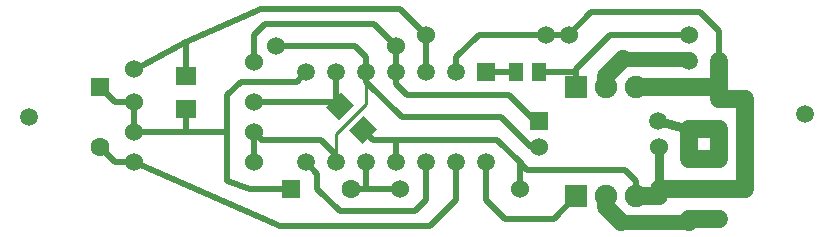
<source format=gbr>
G04 DipTrace 2.4.0.2*
%INBottom.gbr*%
%MOIN*%
%ADD14C,0.02*%
%ADD15C,0.01*%
%ADD16C,0.06*%
%ADD17C,0.03*%
%ADD18C,0.05*%
%ADD19R,0.0591X0.0591*%
%ADD20C,0.0591*%
%ADD21R,0.0748X0.0748*%
%ADD22C,0.0748*%
%ADD23C,0.06*%
%ADD24C,0.063*%
%ADD25R,0.063X0.063*%
%ADD26R,0.0512X0.0591*%
%ADD27C,0.0591*%
%ADD28R,0.0709X0.063*%
%FSLAX44Y44*%
G04*
G70*
G90*
G75*
G01*
%LNBottom*%
%LPD*%
X8750Y-2375D2*
D14*
X7375D1*
X6625Y-2125D1*
Y-500D1*
X5250D1*
Y273D1*
X6625Y-500D2*
Y750D1*
X7062Y1187D1*
X8937D1*
X9250Y1500D1*
X3500Y500D2*
X2875D1*
X2375Y1000D1*
X3500Y500D2*
Y-500D1*
X5250D2*
X3500D1*
X10250Y1500D2*
Y500D1*
X10125D1*
X7500D1*
X10376Y375D2*
X10250D1*
X10125Y500D1*
X7500Y-500D2*
Y-1500D1*
X10250D2*
Y-1250D1*
X9750Y-750D1*
X7736D1*
Y-736D1*
X7500Y-500D1*
X8250Y2375D2*
X10875D1*
X11250Y2000D1*
Y1500D1*
Y1189D1*
X12439Y0D1*
X15752D1*
X16752Y-1000D1*
X17000D1*
X11250Y1500D2*
D15*
Y436D1*
X10250Y-564D1*
Y-1500D1*
X13250D2*
D14*
Y-2750D1*
X12875Y-3125D1*
X10375D1*
X9625Y-2375D1*
Y-1875D1*
X9250Y-1500D1*
X10750Y-2375D2*
X11250D1*
Y-1500D1*
X12375Y-2375D2*
X10750D1*
X14250Y1500D2*
Y2000D1*
X15000Y2750D1*
X17250D1*
X17500D1*
X18000D1*
X23000Y1875D2*
D16*
Y1000D1*
Y625D1*
X23875D1*
Y-2375D1*
X21000D1*
D17*
Y-1000D1*
X20250Y1000D2*
D16*
X23000D1*
X20250Y-2625D2*
X21000D1*
Y-2375D1*
X11145Y-415D2*
D14*
X11479Y-750D1*
X12250D1*
X15625D1*
X16375Y-1500D1*
Y-2375D1*
Y-1500D2*
X16625Y-1750D1*
X19875D1*
X20250Y-2125D1*
Y-2625D1*
X18000Y2750D2*
X18750Y3500D1*
X22375D1*
X23000Y2875D1*
Y1875D1*
X12250Y-1500D2*
Y-750D1*
Y2375D2*
Y1500D1*
X7494Y1838D2*
Y2744D1*
X7875Y3125D1*
X11500D1*
X12250Y2375D1*
X17000Y-125D2*
Y-250D1*
X16000Y750D1*
X12625D1*
X12250Y1125D1*
Y1500D1*
X2375Y-1000D2*
X2875Y-1500D1*
X3500D1*
X8375Y-3625D1*
X13375D1*
X14250Y-2750D1*
Y-1500D1*
X18250Y-2625D2*
X17500Y-3375D1*
X15875D1*
X15250Y-2750D1*
Y-1500D1*
Y1500D2*
X16252D1*
X13250Y2750D2*
Y1500D1*
X3500Y1625D2*
X3572D1*
X5250Y2500D1*
X7750Y3625D1*
X12375D1*
X13250Y2750D1*
Y2375D2*
Y2750D1*
X5250Y1375D2*
Y2500D1*
X17000Y1500D2*
X18250D1*
Y1000D1*
Y1625D1*
X19375Y2750D1*
X22000D1*
Y1875D2*
D18*
Y1938D1*
X19813D1*
D16*
X19250Y1375D1*
Y1000D1*
X23000Y-3375D2*
X22000D1*
Y-3500D1*
D18*
X19750D1*
D16*
X19250Y-3000D1*
Y-2625D1*
X22000Y-3375D2*
D3*
Y-1375D2*
Y-375D1*
X23000D2*
X22000D1*
X23000D2*
Y-1375D1*
X22000D1*
X20976Y-125D2*
D17*
X22000Y-375D1*
D19*
X15250Y1500D3*
D20*
X14250D3*
X13250D3*
X12250D3*
X11250D3*
X10250D3*
X9250D3*
Y-1500D3*
X10250D3*
X11250D3*
X12250D3*
X13250D3*
X14250D3*
X15250D3*
D21*
X18250Y-2625D3*
D22*
X19250D3*
X20250D3*
D21*
X18250Y1000D3*
D22*
X19250D3*
X20250D3*
D16*
X3500Y500D3*
D23*
X7500D3*
D16*
X3500Y-500D3*
D23*
X7500D3*
D16*
X12250Y2375D3*
D23*
X8250D3*
D16*
X3500Y-1500D3*
D23*
X7500D3*
D16*
X21000Y-1000D3*
D23*
X17000D3*
D16*
X12375Y-2375D3*
D23*
X16375D3*
D16*
X3500Y1625D3*
D23*
X7494Y1838D3*
D16*
X13250Y2750D3*
D23*
X17250D3*
D16*
X22000D3*
D23*
X18000D3*
D24*
X10750Y-2375D3*
D25*
X8750D3*
D24*
X2375Y-1000D3*
D25*
Y1000D3*
G36*
X9902Y354D2*
X10411Y848D1*
X10850Y396D1*
X10342Y-98D1*
X9902Y354D1*
G37*
G36*
X10671Y-437D2*
X11179Y57D1*
X11618Y-394D1*
X11110Y-888D1*
X10671Y-437D1*
G37*
D26*
X17000Y1500D3*
X16252D3*
D27*
X22000Y-375D3*
D28*
X5250Y1375D3*
Y273D3*
D27*
X22000Y-1375D3*
Y1875D3*
X23000Y-3375D3*
Y-1375D3*
Y1875D3*
X0Y0D3*
X23000Y-375D3*
X25875Y125D3*
X22000Y-3375D3*
D19*
X17000Y-125D3*
D20*
X20976D3*
M02*

</source>
